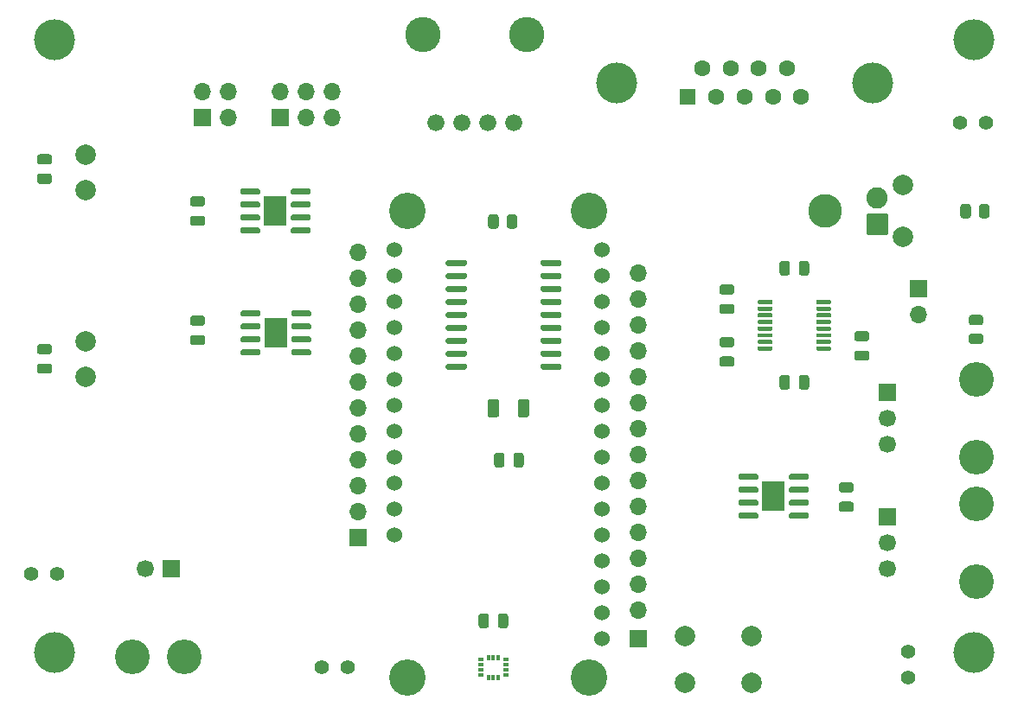
<source format=gbs>
G04 #@! TF.GenerationSoftware,KiCad,Pcbnew,(5.1.9-0-10_14)*
G04 #@! TF.CreationDate,2022-08-09T16:59:01-07:00*
G04 #@! TF.ProjectId,telemetry-pcb,74656c65-6d65-4747-9279-2d7063622e6b,rev?*
G04 #@! TF.SameCoordinates,Original*
G04 #@! TF.FileFunction,Soldermask,Bot*
G04 #@! TF.FilePolarity,Negative*
%FSLAX46Y46*%
G04 Gerber Fmt 4.6, Leading zero omitted, Abs format (unit mm)*
G04 Created by KiCad (PCBNEW (5.1.9-0-10_14)) date 2022-08-09 16:59:01*
%MOMM*%
%LPD*%
G01*
G04 APERTURE LIST*
%ADD10C,2.000000*%
%ADD11C,4.000000*%
%ADD12C,1.600000*%
%ADD13R,1.600000X1.600000*%
%ADD14C,3.400000*%
%ADD15C,1.690000*%
%ADD16R,1.690000X1.690000*%
%ADD17C,3.454400*%
%ADD18C,1.676400*%
%ADD19C,3.556000*%
%ADD20C,1.524000*%
%ADD21R,1.700000X1.700000*%
%ADD22O,1.700000X1.700000*%
%ADD23C,1.400000*%
%ADD24C,3.300000*%
%ADD25C,2.082800*%
%ADD26R,0.576580X0.351536*%
%ADD27R,0.351536X0.576580*%
%ADD28R,2.290000X3.000000*%
G04 APERTURE END LIST*
D10*
X98069400Y-92999500D03*
X98069400Y-89499500D03*
X98069400Y-74711500D03*
X98069400Y-71211500D03*
D11*
X95000000Y-60000000D03*
X150037400Y-64175500D03*
X175037400Y-64175500D03*
D12*
X166692400Y-62755500D03*
X163922400Y-62755500D03*
X161152400Y-62755500D03*
X158382400Y-62755500D03*
X168077400Y-65595500D03*
X165307400Y-65595500D03*
X162537400Y-65595500D03*
X159767400Y-65595500D03*
D13*
X156997400Y-65595500D03*
D14*
X107721400Y-120464500D03*
X102641400Y-120464500D03*
D15*
X103911400Y-111824500D03*
D16*
X106451400Y-111824500D03*
D17*
X141249400Y-59495499D03*
X131089400Y-59495499D03*
D18*
X139979400Y-68135500D03*
X137439400Y-68135500D03*
X134899400Y-68135500D03*
X132359400Y-68135500D03*
D14*
X185196400Y-105473500D03*
X185196400Y-113093500D03*
D15*
X176556400Y-111823500D03*
X176556400Y-109283500D03*
D16*
X176556400Y-106743500D03*
D14*
X185196400Y-93281500D03*
X185196400Y-100901500D03*
D15*
X176556400Y-99631500D03*
X176556400Y-97091500D03*
D16*
X176556400Y-94551500D03*
G36*
G01*
X108516400Y-88905500D02*
X109466400Y-88905500D01*
G75*
G02*
X109716400Y-89155500I0J-250000D01*
G01*
X109716400Y-89655500D01*
G75*
G02*
X109466400Y-89905500I-250000J0D01*
G01*
X108516400Y-89905500D01*
G75*
G02*
X108266400Y-89655500I0J250000D01*
G01*
X108266400Y-89155500D01*
G75*
G02*
X108516400Y-88905500I250000J0D01*
G01*
G37*
G36*
G01*
X108516400Y-87005500D02*
X109466400Y-87005500D01*
G75*
G02*
X109716400Y-87255500I0J-250000D01*
G01*
X109716400Y-87755500D01*
G75*
G02*
X109466400Y-88005500I-250000J0D01*
G01*
X108516400Y-88005500D01*
G75*
G02*
X108266400Y-87755500I0J250000D01*
G01*
X108266400Y-87255500D01*
G75*
G02*
X108516400Y-87005500I250000J0D01*
G01*
G37*
D19*
X129565400Y-122491500D03*
X129565400Y-76771500D03*
X147345400Y-122491500D03*
X147345400Y-76771500D03*
D20*
X148615400Y-118681500D03*
X148615400Y-116141500D03*
X148615400Y-113601500D03*
X148615400Y-111061500D03*
X148615400Y-108521500D03*
X148615400Y-105981500D03*
X148615400Y-103441500D03*
X148615400Y-100901500D03*
X148615400Y-98361500D03*
X148615400Y-95821500D03*
X148615400Y-93281500D03*
X148615400Y-90741500D03*
X148615400Y-88201500D03*
X148615400Y-85661500D03*
X148615400Y-83121500D03*
X148615400Y-80581500D03*
X128295400Y-80581500D03*
X128295400Y-83121500D03*
X128295400Y-85661500D03*
X128295400Y-88201500D03*
X128295400Y-90741500D03*
X128295400Y-93281500D03*
X128295400Y-95821500D03*
X128295400Y-98361500D03*
X128295400Y-100901500D03*
X128295400Y-103441500D03*
X128295400Y-105981500D03*
X128295400Y-108521500D03*
D21*
X117119400Y-67627500D03*
D22*
X117119400Y-65087500D03*
X119659400Y-67627500D03*
X119659400Y-65087500D03*
X122199400Y-67627500D03*
X122199400Y-65087500D03*
D23*
X95275400Y-112331500D03*
X92735400Y-112331500D03*
D22*
X179603400Y-86931500D03*
D21*
X179603400Y-84391500D03*
X124739400Y-108775500D03*
D22*
X124739400Y-106235500D03*
X124739400Y-103695500D03*
X124739400Y-101155500D03*
X124739400Y-98615500D03*
X124739400Y-96075500D03*
X124739400Y-93535500D03*
X124739400Y-90995500D03*
X124739400Y-88455500D03*
X124739400Y-85915500D03*
X124739400Y-83375500D03*
X124739400Y-80835500D03*
D21*
X152171400Y-118645500D03*
D22*
X152171400Y-115887500D03*
X152171400Y-113347500D03*
X152171400Y-110807500D03*
X152171400Y-108267500D03*
X152171400Y-105727500D03*
X152171400Y-103187500D03*
X152171400Y-100647500D03*
X152171400Y-98107500D03*
X152171400Y-95567500D03*
X152171400Y-93027500D03*
X152171400Y-90487500D03*
X152171400Y-87947500D03*
X152171400Y-85407500D03*
X152171400Y-82867500D03*
D10*
X178079400Y-79301500D03*
X178079400Y-74221500D03*
D24*
X170459400Y-76761500D03*
D25*
X175539400Y-75501500D03*
G36*
G01*
X174599600Y-77000100D02*
X176479200Y-77000100D01*
G75*
G02*
X176580800Y-77101700I0J-101600D01*
G01*
X176580800Y-78981300D01*
G75*
G02*
X176479200Y-79082900I-101600J0D01*
G01*
X174599600Y-79082900D01*
G75*
G02*
X174498000Y-78981300I0J101600D01*
G01*
X174498000Y-77101700D01*
G75*
G02*
X174599600Y-77000100I101600J0D01*
G01*
G37*
D22*
X112039400Y-65087500D03*
X112039400Y-67627500D03*
X109499400Y-65087500D03*
D21*
X109499400Y-67627500D03*
D23*
X178587400Y-119951500D03*
X178587400Y-122491500D03*
X121183400Y-121475500D03*
X123723400Y-121475500D03*
X183667400Y-68135500D03*
X186207400Y-68135500D03*
D10*
X163243400Y-118427500D03*
X163243400Y-122927500D03*
X156743400Y-118427500D03*
X156743400Y-122927500D03*
G36*
G01*
X184741399Y-88752000D02*
X185641401Y-88752000D01*
G75*
G02*
X185891400Y-89001999I0J-249999D01*
G01*
X185891400Y-89527001D01*
G75*
G02*
X185641401Y-89777000I-249999J0D01*
G01*
X184741399Y-89777000D01*
G75*
G02*
X184491400Y-89527001I0J249999D01*
G01*
X184491400Y-89001999D01*
G75*
G02*
X184741399Y-88752000I249999J0D01*
G01*
G37*
G36*
G01*
X184741399Y-86927000D02*
X185641401Y-86927000D01*
G75*
G02*
X185891400Y-87176999I0J-249999D01*
G01*
X185891400Y-87702001D01*
G75*
G02*
X185641401Y-87952000I-249999J0D01*
G01*
X184741399Y-87952000D01*
G75*
G02*
X184491400Y-87702001I0J249999D01*
G01*
X184491400Y-87176999D01*
G75*
G02*
X184741399Y-86927000I249999J0D01*
G01*
G37*
G36*
G01*
X185487900Y-77221501D02*
X185487900Y-76321499D01*
G75*
G02*
X185737899Y-76071500I249999J0D01*
G01*
X186262901Y-76071500D01*
G75*
G02*
X186512900Y-76321499I0J-249999D01*
G01*
X186512900Y-77221501D01*
G75*
G02*
X186262901Y-77471500I-249999J0D01*
G01*
X185737899Y-77471500D01*
G75*
G02*
X185487900Y-77221501I0J249999D01*
G01*
G37*
G36*
G01*
X183662900Y-77221501D02*
X183662900Y-76321499D01*
G75*
G02*
X183912899Y-76071500I249999J0D01*
G01*
X184437901Y-76071500D01*
G75*
G02*
X184687900Y-76321499I0J-249999D01*
G01*
X184687900Y-77221501D01*
G75*
G02*
X184437901Y-77471500I-249999J0D01*
G01*
X183912899Y-77471500D01*
G75*
G02*
X183662900Y-77221501I0J249999D01*
G01*
G37*
D11*
X185000000Y-120000000D03*
X185000000Y-60000000D03*
X95000000Y-120000000D03*
G36*
G01*
X138459900Y-77337499D02*
X138459900Y-78237501D01*
G75*
G02*
X138209901Y-78487500I-249999J0D01*
G01*
X137684899Y-78487500D01*
G75*
G02*
X137434900Y-78237501I0J249999D01*
G01*
X137434900Y-77337499D01*
G75*
G02*
X137684899Y-77087500I249999J0D01*
G01*
X138209901Y-77087500D01*
G75*
G02*
X138459900Y-77337499I0J-249999D01*
G01*
G37*
G36*
G01*
X140284900Y-77337499D02*
X140284900Y-78237501D01*
G75*
G02*
X140034901Y-78487500I-249999J0D01*
G01*
X139509899Y-78487500D01*
G75*
G02*
X139259900Y-78237501I0J249999D01*
G01*
X139259900Y-77337499D01*
G75*
G02*
X139509899Y-77087500I249999J0D01*
G01*
X140034901Y-77087500D01*
G75*
G02*
X140284900Y-77337499I0J-249999D01*
G01*
G37*
D26*
X136737100Y-122225501D03*
X136737100Y-121725500D03*
X136737100Y-121225500D03*
X136737100Y-120725499D03*
D27*
X137447401Y-120519200D03*
X137947400Y-120519200D03*
X138447399Y-120519200D03*
D26*
X139157700Y-120725499D03*
X139157700Y-121225500D03*
X139157700Y-121725500D03*
X139157700Y-122225501D03*
D27*
X138447399Y-122431800D03*
X137947400Y-122431800D03*
X137447401Y-122431800D03*
D28*
X165379400Y-104711500D03*
G36*
G01*
X163879400Y-102656500D02*
X163879400Y-102956500D01*
G75*
G02*
X163729400Y-103106500I-150000J0D01*
G01*
X162079400Y-103106500D01*
G75*
G02*
X161929400Y-102956500I0J150000D01*
G01*
X161929400Y-102656500D01*
G75*
G02*
X162079400Y-102506500I150000J0D01*
G01*
X163729400Y-102506500D01*
G75*
G02*
X163879400Y-102656500I0J-150000D01*
G01*
G37*
G36*
G01*
X163879400Y-103926500D02*
X163879400Y-104226500D01*
G75*
G02*
X163729400Y-104376500I-150000J0D01*
G01*
X162079400Y-104376500D01*
G75*
G02*
X161929400Y-104226500I0J150000D01*
G01*
X161929400Y-103926500D01*
G75*
G02*
X162079400Y-103776500I150000J0D01*
G01*
X163729400Y-103776500D01*
G75*
G02*
X163879400Y-103926500I0J-150000D01*
G01*
G37*
G36*
G01*
X163879400Y-105196500D02*
X163879400Y-105496500D01*
G75*
G02*
X163729400Y-105646500I-150000J0D01*
G01*
X162079400Y-105646500D01*
G75*
G02*
X161929400Y-105496500I0J150000D01*
G01*
X161929400Y-105196500D01*
G75*
G02*
X162079400Y-105046500I150000J0D01*
G01*
X163729400Y-105046500D01*
G75*
G02*
X163879400Y-105196500I0J-150000D01*
G01*
G37*
G36*
G01*
X163879400Y-106466500D02*
X163879400Y-106766500D01*
G75*
G02*
X163729400Y-106916500I-150000J0D01*
G01*
X162079400Y-106916500D01*
G75*
G02*
X161929400Y-106766500I0J150000D01*
G01*
X161929400Y-106466500D01*
G75*
G02*
X162079400Y-106316500I150000J0D01*
G01*
X163729400Y-106316500D01*
G75*
G02*
X163879400Y-106466500I0J-150000D01*
G01*
G37*
G36*
G01*
X168829400Y-106466500D02*
X168829400Y-106766500D01*
G75*
G02*
X168679400Y-106916500I-150000J0D01*
G01*
X167029400Y-106916500D01*
G75*
G02*
X166879400Y-106766500I0J150000D01*
G01*
X166879400Y-106466500D01*
G75*
G02*
X167029400Y-106316500I150000J0D01*
G01*
X168679400Y-106316500D01*
G75*
G02*
X168829400Y-106466500I0J-150000D01*
G01*
G37*
G36*
G01*
X168829400Y-105196500D02*
X168829400Y-105496500D01*
G75*
G02*
X168679400Y-105646500I-150000J0D01*
G01*
X167029400Y-105646500D01*
G75*
G02*
X166879400Y-105496500I0J150000D01*
G01*
X166879400Y-105196500D01*
G75*
G02*
X167029400Y-105046500I150000J0D01*
G01*
X168679400Y-105046500D01*
G75*
G02*
X168829400Y-105196500I0J-150000D01*
G01*
G37*
G36*
G01*
X168829400Y-103926500D02*
X168829400Y-104226500D01*
G75*
G02*
X168679400Y-104376500I-150000J0D01*
G01*
X167029400Y-104376500D01*
G75*
G02*
X166879400Y-104226500I0J150000D01*
G01*
X166879400Y-103926500D01*
G75*
G02*
X167029400Y-103776500I150000J0D01*
G01*
X168679400Y-103776500D01*
G75*
G02*
X168829400Y-103926500I0J-150000D01*
G01*
G37*
G36*
G01*
X168829400Y-102656500D02*
X168829400Y-102956500D01*
G75*
G02*
X168679400Y-103106500I-150000J0D01*
G01*
X167029400Y-103106500D01*
G75*
G02*
X166879400Y-102956500I0J150000D01*
G01*
X166879400Y-102656500D01*
G75*
G02*
X167029400Y-102506500I150000J0D01*
G01*
X168679400Y-102506500D01*
G75*
G02*
X168829400Y-102656500I0J-150000D01*
G01*
G37*
G36*
G01*
X142588400Y-92161500D02*
X142588400Y-91861500D01*
G75*
G02*
X142738400Y-91711500I150000J0D01*
G01*
X144488400Y-91711500D01*
G75*
G02*
X144638400Y-91861500I0J-150000D01*
G01*
X144638400Y-92161500D01*
G75*
G02*
X144488400Y-92311500I-150000J0D01*
G01*
X142738400Y-92311500D01*
G75*
G02*
X142588400Y-92161500I0J150000D01*
G01*
G37*
G36*
G01*
X142588400Y-90891500D02*
X142588400Y-90591500D01*
G75*
G02*
X142738400Y-90441500I150000J0D01*
G01*
X144488400Y-90441500D01*
G75*
G02*
X144638400Y-90591500I0J-150000D01*
G01*
X144638400Y-90891500D01*
G75*
G02*
X144488400Y-91041500I-150000J0D01*
G01*
X142738400Y-91041500D01*
G75*
G02*
X142588400Y-90891500I0J150000D01*
G01*
G37*
G36*
G01*
X142588400Y-89621500D02*
X142588400Y-89321500D01*
G75*
G02*
X142738400Y-89171500I150000J0D01*
G01*
X144488400Y-89171500D01*
G75*
G02*
X144638400Y-89321500I0J-150000D01*
G01*
X144638400Y-89621500D01*
G75*
G02*
X144488400Y-89771500I-150000J0D01*
G01*
X142738400Y-89771500D01*
G75*
G02*
X142588400Y-89621500I0J150000D01*
G01*
G37*
G36*
G01*
X142588400Y-88351500D02*
X142588400Y-88051500D01*
G75*
G02*
X142738400Y-87901500I150000J0D01*
G01*
X144488400Y-87901500D01*
G75*
G02*
X144638400Y-88051500I0J-150000D01*
G01*
X144638400Y-88351500D01*
G75*
G02*
X144488400Y-88501500I-150000J0D01*
G01*
X142738400Y-88501500D01*
G75*
G02*
X142588400Y-88351500I0J150000D01*
G01*
G37*
G36*
G01*
X142588400Y-87081500D02*
X142588400Y-86781500D01*
G75*
G02*
X142738400Y-86631500I150000J0D01*
G01*
X144488400Y-86631500D01*
G75*
G02*
X144638400Y-86781500I0J-150000D01*
G01*
X144638400Y-87081500D01*
G75*
G02*
X144488400Y-87231500I-150000J0D01*
G01*
X142738400Y-87231500D01*
G75*
G02*
X142588400Y-87081500I0J150000D01*
G01*
G37*
G36*
G01*
X142588400Y-85811500D02*
X142588400Y-85511500D01*
G75*
G02*
X142738400Y-85361500I150000J0D01*
G01*
X144488400Y-85361500D01*
G75*
G02*
X144638400Y-85511500I0J-150000D01*
G01*
X144638400Y-85811500D01*
G75*
G02*
X144488400Y-85961500I-150000J0D01*
G01*
X142738400Y-85961500D01*
G75*
G02*
X142588400Y-85811500I0J150000D01*
G01*
G37*
G36*
G01*
X142588400Y-84541500D02*
X142588400Y-84241500D01*
G75*
G02*
X142738400Y-84091500I150000J0D01*
G01*
X144488400Y-84091500D01*
G75*
G02*
X144638400Y-84241500I0J-150000D01*
G01*
X144638400Y-84541500D01*
G75*
G02*
X144488400Y-84691500I-150000J0D01*
G01*
X142738400Y-84691500D01*
G75*
G02*
X142588400Y-84541500I0J150000D01*
G01*
G37*
G36*
G01*
X142588400Y-83271500D02*
X142588400Y-82971500D01*
G75*
G02*
X142738400Y-82821500I150000J0D01*
G01*
X144488400Y-82821500D01*
G75*
G02*
X144638400Y-82971500I0J-150000D01*
G01*
X144638400Y-83271500D01*
G75*
G02*
X144488400Y-83421500I-150000J0D01*
G01*
X142738400Y-83421500D01*
G75*
G02*
X142588400Y-83271500I0J150000D01*
G01*
G37*
G36*
G01*
X142588400Y-82001500D02*
X142588400Y-81701500D01*
G75*
G02*
X142738400Y-81551500I150000J0D01*
G01*
X144488400Y-81551500D01*
G75*
G02*
X144638400Y-81701500I0J-150000D01*
G01*
X144638400Y-82001500D01*
G75*
G02*
X144488400Y-82151500I-150000J0D01*
G01*
X142738400Y-82151500D01*
G75*
G02*
X142588400Y-82001500I0J150000D01*
G01*
G37*
G36*
G01*
X133288400Y-82001500D02*
X133288400Y-81701500D01*
G75*
G02*
X133438400Y-81551500I150000J0D01*
G01*
X135188400Y-81551500D01*
G75*
G02*
X135338400Y-81701500I0J-150000D01*
G01*
X135338400Y-82001500D01*
G75*
G02*
X135188400Y-82151500I-150000J0D01*
G01*
X133438400Y-82151500D01*
G75*
G02*
X133288400Y-82001500I0J150000D01*
G01*
G37*
G36*
G01*
X133288400Y-83271500D02*
X133288400Y-82971500D01*
G75*
G02*
X133438400Y-82821500I150000J0D01*
G01*
X135188400Y-82821500D01*
G75*
G02*
X135338400Y-82971500I0J-150000D01*
G01*
X135338400Y-83271500D01*
G75*
G02*
X135188400Y-83421500I-150000J0D01*
G01*
X133438400Y-83421500D01*
G75*
G02*
X133288400Y-83271500I0J150000D01*
G01*
G37*
G36*
G01*
X133288400Y-84541500D02*
X133288400Y-84241500D01*
G75*
G02*
X133438400Y-84091500I150000J0D01*
G01*
X135188400Y-84091500D01*
G75*
G02*
X135338400Y-84241500I0J-150000D01*
G01*
X135338400Y-84541500D01*
G75*
G02*
X135188400Y-84691500I-150000J0D01*
G01*
X133438400Y-84691500D01*
G75*
G02*
X133288400Y-84541500I0J150000D01*
G01*
G37*
G36*
G01*
X133288400Y-85811500D02*
X133288400Y-85511500D01*
G75*
G02*
X133438400Y-85361500I150000J0D01*
G01*
X135188400Y-85361500D01*
G75*
G02*
X135338400Y-85511500I0J-150000D01*
G01*
X135338400Y-85811500D01*
G75*
G02*
X135188400Y-85961500I-150000J0D01*
G01*
X133438400Y-85961500D01*
G75*
G02*
X133288400Y-85811500I0J150000D01*
G01*
G37*
G36*
G01*
X133288400Y-87081500D02*
X133288400Y-86781500D01*
G75*
G02*
X133438400Y-86631500I150000J0D01*
G01*
X135188400Y-86631500D01*
G75*
G02*
X135338400Y-86781500I0J-150000D01*
G01*
X135338400Y-87081500D01*
G75*
G02*
X135188400Y-87231500I-150000J0D01*
G01*
X133438400Y-87231500D01*
G75*
G02*
X133288400Y-87081500I0J150000D01*
G01*
G37*
G36*
G01*
X133288400Y-88351500D02*
X133288400Y-88051500D01*
G75*
G02*
X133438400Y-87901500I150000J0D01*
G01*
X135188400Y-87901500D01*
G75*
G02*
X135338400Y-88051500I0J-150000D01*
G01*
X135338400Y-88351500D01*
G75*
G02*
X135188400Y-88501500I-150000J0D01*
G01*
X133438400Y-88501500D01*
G75*
G02*
X133288400Y-88351500I0J150000D01*
G01*
G37*
G36*
G01*
X133288400Y-89621500D02*
X133288400Y-89321500D01*
G75*
G02*
X133438400Y-89171500I150000J0D01*
G01*
X135188400Y-89171500D01*
G75*
G02*
X135338400Y-89321500I0J-150000D01*
G01*
X135338400Y-89621500D01*
G75*
G02*
X135188400Y-89771500I-150000J0D01*
G01*
X133438400Y-89771500D01*
G75*
G02*
X133288400Y-89621500I0J150000D01*
G01*
G37*
G36*
G01*
X133288400Y-90891500D02*
X133288400Y-90591500D01*
G75*
G02*
X133438400Y-90441500I150000J0D01*
G01*
X135188400Y-90441500D01*
G75*
G02*
X135338400Y-90591500I0J-150000D01*
G01*
X135338400Y-90891500D01*
G75*
G02*
X135188400Y-91041500I-150000J0D01*
G01*
X133438400Y-91041500D01*
G75*
G02*
X133288400Y-90891500I0J150000D01*
G01*
G37*
G36*
G01*
X133288400Y-92161500D02*
X133288400Y-91861500D01*
G75*
G02*
X133438400Y-91711500I150000J0D01*
G01*
X135188400Y-91711500D01*
G75*
G02*
X135338400Y-91861500I0J-150000D01*
G01*
X135338400Y-92161500D01*
G75*
G02*
X135188400Y-92311500I-150000J0D01*
G01*
X133438400Y-92311500D01*
G75*
G02*
X133288400Y-92161500I0J150000D01*
G01*
G37*
X116611400Y-76771500D03*
G36*
G01*
X118111400Y-78826500D02*
X118111400Y-78526500D01*
G75*
G02*
X118261400Y-78376500I150000J0D01*
G01*
X119911400Y-78376500D01*
G75*
G02*
X120061400Y-78526500I0J-150000D01*
G01*
X120061400Y-78826500D01*
G75*
G02*
X119911400Y-78976500I-150000J0D01*
G01*
X118261400Y-78976500D01*
G75*
G02*
X118111400Y-78826500I0J150000D01*
G01*
G37*
G36*
G01*
X118111400Y-77556500D02*
X118111400Y-77256500D01*
G75*
G02*
X118261400Y-77106500I150000J0D01*
G01*
X119911400Y-77106500D01*
G75*
G02*
X120061400Y-77256500I0J-150000D01*
G01*
X120061400Y-77556500D01*
G75*
G02*
X119911400Y-77706500I-150000J0D01*
G01*
X118261400Y-77706500D01*
G75*
G02*
X118111400Y-77556500I0J150000D01*
G01*
G37*
G36*
G01*
X118111400Y-76286500D02*
X118111400Y-75986500D01*
G75*
G02*
X118261400Y-75836500I150000J0D01*
G01*
X119911400Y-75836500D01*
G75*
G02*
X120061400Y-75986500I0J-150000D01*
G01*
X120061400Y-76286500D01*
G75*
G02*
X119911400Y-76436500I-150000J0D01*
G01*
X118261400Y-76436500D01*
G75*
G02*
X118111400Y-76286500I0J150000D01*
G01*
G37*
G36*
G01*
X118111400Y-75016500D02*
X118111400Y-74716500D01*
G75*
G02*
X118261400Y-74566500I150000J0D01*
G01*
X119911400Y-74566500D01*
G75*
G02*
X120061400Y-74716500I0J-150000D01*
G01*
X120061400Y-75016500D01*
G75*
G02*
X119911400Y-75166500I-150000J0D01*
G01*
X118261400Y-75166500D01*
G75*
G02*
X118111400Y-75016500I0J150000D01*
G01*
G37*
G36*
G01*
X113161400Y-75016500D02*
X113161400Y-74716500D01*
G75*
G02*
X113311400Y-74566500I150000J0D01*
G01*
X114961400Y-74566500D01*
G75*
G02*
X115111400Y-74716500I0J-150000D01*
G01*
X115111400Y-75016500D01*
G75*
G02*
X114961400Y-75166500I-150000J0D01*
G01*
X113311400Y-75166500D01*
G75*
G02*
X113161400Y-75016500I0J150000D01*
G01*
G37*
G36*
G01*
X113161400Y-76286500D02*
X113161400Y-75986500D01*
G75*
G02*
X113311400Y-75836500I150000J0D01*
G01*
X114961400Y-75836500D01*
G75*
G02*
X115111400Y-75986500I0J-150000D01*
G01*
X115111400Y-76286500D01*
G75*
G02*
X114961400Y-76436500I-150000J0D01*
G01*
X113311400Y-76436500D01*
G75*
G02*
X113161400Y-76286500I0J150000D01*
G01*
G37*
G36*
G01*
X113161400Y-77556500D02*
X113161400Y-77256500D01*
G75*
G02*
X113311400Y-77106500I150000J0D01*
G01*
X114961400Y-77106500D01*
G75*
G02*
X115111400Y-77256500I0J-150000D01*
G01*
X115111400Y-77556500D01*
G75*
G02*
X114961400Y-77706500I-150000J0D01*
G01*
X113311400Y-77706500D01*
G75*
G02*
X113161400Y-77556500I0J150000D01*
G01*
G37*
G36*
G01*
X113161400Y-78826500D02*
X113161400Y-78526500D01*
G75*
G02*
X113311400Y-78376500I150000J0D01*
G01*
X114961400Y-78376500D01*
G75*
G02*
X115111400Y-78526500I0J-150000D01*
G01*
X115111400Y-78826500D01*
G75*
G02*
X114961400Y-78976500I-150000J0D01*
G01*
X113311400Y-78976500D01*
G75*
G02*
X113161400Y-78826500I0J150000D01*
G01*
G37*
X116673400Y-88697500D03*
G36*
G01*
X118173400Y-90752500D02*
X118173400Y-90452500D01*
G75*
G02*
X118323400Y-90302500I150000J0D01*
G01*
X119973400Y-90302500D01*
G75*
G02*
X120123400Y-90452500I0J-150000D01*
G01*
X120123400Y-90752500D01*
G75*
G02*
X119973400Y-90902500I-150000J0D01*
G01*
X118323400Y-90902500D01*
G75*
G02*
X118173400Y-90752500I0J150000D01*
G01*
G37*
G36*
G01*
X118173400Y-89482500D02*
X118173400Y-89182500D01*
G75*
G02*
X118323400Y-89032500I150000J0D01*
G01*
X119973400Y-89032500D01*
G75*
G02*
X120123400Y-89182500I0J-150000D01*
G01*
X120123400Y-89482500D01*
G75*
G02*
X119973400Y-89632500I-150000J0D01*
G01*
X118323400Y-89632500D01*
G75*
G02*
X118173400Y-89482500I0J150000D01*
G01*
G37*
G36*
G01*
X118173400Y-88212500D02*
X118173400Y-87912500D01*
G75*
G02*
X118323400Y-87762500I150000J0D01*
G01*
X119973400Y-87762500D01*
G75*
G02*
X120123400Y-87912500I0J-150000D01*
G01*
X120123400Y-88212500D01*
G75*
G02*
X119973400Y-88362500I-150000J0D01*
G01*
X118323400Y-88362500D01*
G75*
G02*
X118173400Y-88212500I0J150000D01*
G01*
G37*
G36*
G01*
X118173400Y-86942500D02*
X118173400Y-86642500D01*
G75*
G02*
X118323400Y-86492500I150000J0D01*
G01*
X119973400Y-86492500D01*
G75*
G02*
X120123400Y-86642500I0J-150000D01*
G01*
X120123400Y-86942500D01*
G75*
G02*
X119973400Y-87092500I-150000J0D01*
G01*
X118323400Y-87092500D01*
G75*
G02*
X118173400Y-86942500I0J150000D01*
G01*
G37*
G36*
G01*
X113223400Y-86942500D02*
X113223400Y-86642500D01*
G75*
G02*
X113373400Y-86492500I150000J0D01*
G01*
X115023400Y-86492500D01*
G75*
G02*
X115173400Y-86642500I0J-150000D01*
G01*
X115173400Y-86942500D01*
G75*
G02*
X115023400Y-87092500I-150000J0D01*
G01*
X113373400Y-87092500D01*
G75*
G02*
X113223400Y-86942500I0J150000D01*
G01*
G37*
G36*
G01*
X113223400Y-88212500D02*
X113223400Y-87912500D01*
G75*
G02*
X113373400Y-87762500I150000J0D01*
G01*
X115023400Y-87762500D01*
G75*
G02*
X115173400Y-87912500I0J-150000D01*
G01*
X115173400Y-88212500D01*
G75*
G02*
X115023400Y-88362500I-150000J0D01*
G01*
X113373400Y-88362500D01*
G75*
G02*
X113223400Y-88212500I0J150000D01*
G01*
G37*
G36*
G01*
X113223400Y-89482500D02*
X113223400Y-89182500D01*
G75*
G02*
X113373400Y-89032500I150000J0D01*
G01*
X115023400Y-89032500D01*
G75*
G02*
X115173400Y-89182500I0J-150000D01*
G01*
X115173400Y-89482500D01*
G75*
G02*
X115023400Y-89632500I-150000J0D01*
G01*
X113373400Y-89632500D01*
G75*
G02*
X113223400Y-89482500I0J150000D01*
G01*
G37*
G36*
G01*
X113223400Y-90752500D02*
X113223400Y-90452500D01*
G75*
G02*
X113373400Y-90302500I150000J0D01*
G01*
X115023400Y-90302500D01*
G75*
G02*
X115173400Y-90452500I0J-150000D01*
G01*
X115173400Y-90752500D01*
G75*
G02*
X115023400Y-90902500I-150000J0D01*
G01*
X113373400Y-90902500D01*
G75*
G02*
X113223400Y-90752500I0J150000D01*
G01*
G37*
G36*
G01*
X169536400Y-90322500D02*
X169536400Y-90122500D01*
G75*
G02*
X169636400Y-90022500I100000J0D01*
G01*
X170911400Y-90022500D01*
G75*
G02*
X171011400Y-90122500I0J-100000D01*
G01*
X171011400Y-90322500D01*
G75*
G02*
X170911400Y-90422500I-100000J0D01*
G01*
X169636400Y-90422500D01*
G75*
G02*
X169536400Y-90322500I0J100000D01*
G01*
G37*
G36*
G01*
X169536400Y-89672500D02*
X169536400Y-89472500D01*
G75*
G02*
X169636400Y-89372500I100000J0D01*
G01*
X170911400Y-89372500D01*
G75*
G02*
X171011400Y-89472500I0J-100000D01*
G01*
X171011400Y-89672500D01*
G75*
G02*
X170911400Y-89772500I-100000J0D01*
G01*
X169636400Y-89772500D01*
G75*
G02*
X169536400Y-89672500I0J100000D01*
G01*
G37*
G36*
G01*
X169536400Y-89022500D02*
X169536400Y-88822500D01*
G75*
G02*
X169636400Y-88722500I100000J0D01*
G01*
X170911400Y-88722500D01*
G75*
G02*
X171011400Y-88822500I0J-100000D01*
G01*
X171011400Y-89022500D01*
G75*
G02*
X170911400Y-89122500I-100000J0D01*
G01*
X169636400Y-89122500D01*
G75*
G02*
X169536400Y-89022500I0J100000D01*
G01*
G37*
G36*
G01*
X169536400Y-88372500D02*
X169536400Y-88172500D01*
G75*
G02*
X169636400Y-88072500I100000J0D01*
G01*
X170911400Y-88072500D01*
G75*
G02*
X171011400Y-88172500I0J-100000D01*
G01*
X171011400Y-88372500D01*
G75*
G02*
X170911400Y-88472500I-100000J0D01*
G01*
X169636400Y-88472500D01*
G75*
G02*
X169536400Y-88372500I0J100000D01*
G01*
G37*
G36*
G01*
X169536400Y-87722500D02*
X169536400Y-87522500D01*
G75*
G02*
X169636400Y-87422500I100000J0D01*
G01*
X170911400Y-87422500D01*
G75*
G02*
X171011400Y-87522500I0J-100000D01*
G01*
X171011400Y-87722500D01*
G75*
G02*
X170911400Y-87822500I-100000J0D01*
G01*
X169636400Y-87822500D01*
G75*
G02*
X169536400Y-87722500I0J100000D01*
G01*
G37*
G36*
G01*
X169536400Y-87072500D02*
X169536400Y-86872500D01*
G75*
G02*
X169636400Y-86772500I100000J0D01*
G01*
X170911400Y-86772500D01*
G75*
G02*
X171011400Y-86872500I0J-100000D01*
G01*
X171011400Y-87072500D01*
G75*
G02*
X170911400Y-87172500I-100000J0D01*
G01*
X169636400Y-87172500D01*
G75*
G02*
X169536400Y-87072500I0J100000D01*
G01*
G37*
G36*
G01*
X169536400Y-86422500D02*
X169536400Y-86222500D01*
G75*
G02*
X169636400Y-86122500I100000J0D01*
G01*
X170911400Y-86122500D01*
G75*
G02*
X171011400Y-86222500I0J-100000D01*
G01*
X171011400Y-86422500D01*
G75*
G02*
X170911400Y-86522500I-100000J0D01*
G01*
X169636400Y-86522500D01*
G75*
G02*
X169536400Y-86422500I0J100000D01*
G01*
G37*
G36*
G01*
X169536400Y-85772500D02*
X169536400Y-85572500D01*
G75*
G02*
X169636400Y-85472500I100000J0D01*
G01*
X170911400Y-85472500D01*
G75*
G02*
X171011400Y-85572500I0J-100000D01*
G01*
X171011400Y-85772500D01*
G75*
G02*
X170911400Y-85872500I-100000J0D01*
G01*
X169636400Y-85872500D01*
G75*
G02*
X169536400Y-85772500I0J100000D01*
G01*
G37*
G36*
G01*
X163811400Y-85772500D02*
X163811400Y-85572500D01*
G75*
G02*
X163911400Y-85472500I100000J0D01*
G01*
X165186400Y-85472500D01*
G75*
G02*
X165286400Y-85572500I0J-100000D01*
G01*
X165286400Y-85772500D01*
G75*
G02*
X165186400Y-85872500I-100000J0D01*
G01*
X163911400Y-85872500D01*
G75*
G02*
X163811400Y-85772500I0J100000D01*
G01*
G37*
G36*
G01*
X163811400Y-86422500D02*
X163811400Y-86222500D01*
G75*
G02*
X163911400Y-86122500I100000J0D01*
G01*
X165186400Y-86122500D01*
G75*
G02*
X165286400Y-86222500I0J-100000D01*
G01*
X165286400Y-86422500D01*
G75*
G02*
X165186400Y-86522500I-100000J0D01*
G01*
X163911400Y-86522500D01*
G75*
G02*
X163811400Y-86422500I0J100000D01*
G01*
G37*
G36*
G01*
X163811400Y-87072500D02*
X163811400Y-86872500D01*
G75*
G02*
X163911400Y-86772500I100000J0D01*
G01*
X165186400Y-86772500D01*
G75*
G02*
X165286400Y-86872500I0J-100000D01*
G01*
X165286400Y-87072500D01*
G75*
G02*
X165186400Y-87172500I-100000J0D01*
G01*
X163911400Y-87172500D01*
G75*
G02*
X163811400Y-87072500I0J100000D01*
G01*
G37*
G36*
G01*
X163811400Y-87722500D02*
X163811400Y-87522500D01*
G75*
G02*
X163911400Y-87422500I100000J0D01*
G01*
X165186400Y-87422500D01*
G75*
G02*
X165286400Y-87522500I0J-100000D01*
G01*
X165286400Y-87722500D01*
G75*
G02*
X165186400Y-87822500I-100000J0D01*
G01*
X163911400Y-87822500D01*
G75*
G02*
X163811400Y-87722500I0J100000D01*
G01*
G37*
G36*
G01*
X163811400Y-88372500D02*
X163811400Y-88172500D01*
G75*
G02*
X163911400Y-88072500I100000J0D01*
G01*
X165186400Y-88072500D01*
G75*
G02*
X165286400Y-88172500I0J-100000D01*
G01*
X165286400Y-88372500D01*
G75*
G02*
X165186400Y-88472500I-100000J0D01*
G01*
X163911400Y-88472500D01*
G75*
G02*
X163811400Y-88372500I0J100000D01*
G01*
G37*
G36*
G01*
X163811400Y-89022500D02*
X163811400Y-88822500D01*
G75*
G02*
X163911400Y-88722500I100000J0D01*
G01*
X165186400Y-88722500D01*
G75*
G02*
X165286400Y-88822500I0J-100000D01*
G01*
X165286400Y-89022500D01*
G75*
G02*
X165186400Y-89122500I-100000J0D01*
G01*
X163911400Y-89122500D01*
G75*
G02*
X163811400Y-89022500I0J100000D01*
G01*
G37*
G36*
G01*
X163811400Y-89672500D02*
X163811400Y-89472500D01*
G75*
G02*
X163911400Y-89372500I100000J0D01*
G01*
X165186400Y-89372500D01*
G75*
G02*
X165286400Y-89472500I0J-100000D01*
G01*
X165286400Y-89672500D01*
G75*
G02*
X165186400Y-89772500I-100000J0D01*
G01*
X163911400Y-89772500D01*
G75*
G02*
X163811400Y-89672500I0J100000D01*
G01*
G37*
G36*
G01*
X163811400Y-90322500D02*
X163811400Y-90122500D01*
G75*
G02*
X163911400Y-90022500I100000J0D01*
G01*
X165186400Y-90022500D01*
G75*
G02*
X165286400Y-90122500I0J-100000D01*
G01*
X165286400Y-90322500D01*
G75*
G02*
X165186400Y-90422500I-100000J0D01*
G01*
X163911400Y-90422500D01*
G75*
G02*
X163811400Y-90322500I0J100000D01*
G01*
G37*
G36*
G01*
X172016400Y-105227500D02*
X172966400Y-105227500D01*
G75*
G02*
X173216400Y-105477500I0J-250000D01*
G01*
X173216400Y-105977500D01*
G75*
G02*
X172966400Y-106227500I-250000J0D01*
G01*
X172016400Y-106227500D01*
G75*
G02*
X171766400Y-105977500I0J250000D01*
G01*
X171766400Y-105477500D01*
G75*
G02*
X172016400Y-105227500I250000J0D01*
G01*
G37*
G36*
G01*
X172016400Y-103327500D02*
X172966400Y-103327500D01*
G75*
G02*
X173216400Y-103577500I0J-250000D01*
G01*
X173216400Y-104077500D01*
G75*
G02*
X172966400Y-104327500I-250000J0D01*
G01*
X172016400Y-104327500D01*
G75*
G02*
X171766400Y-104077500I0J250000D01*
G01*
X171766400Y-103577500D01*
G75*
G02*
X172016400Y-103327500I250000J0D01*
G01*
G37*
G36*
G01*
X138397400Y-117378500D02*
X138397400Y-116428500D01*
G75*
G02*
X138647400Y-116178500I250000J0D01*
G01*
X139147400Y-116178500D01*
G75*
G02*
X139397400Y-116428500I0J-250000D01*
G01*
X139397400Y-117378500D01*
G75*
G02*
X139147400Y-117628500I-250000J0D01*
G01*
X138647400Y-117628500D01*
G75*
G02*
X138397400Y-117378500I0J250000D01*
G01*
G37*
G36*
G01*
X136497400Y-117378500D02*
X136497400Y-116428500D01*
G75*
G02*
X136747400Y-116178500I250000J0D01*
G01*
X137247400Y-116178500D01*
G75*
G02*
X137497400Y-116428500I0J-250000D01*
G01*
X137497400Y-117378500D01*
G75*
G02*
X137247400Y-117628500I-250000J0D01*
G01*
X136747400Y-117628500D01*
G75*
G02*
X136497400Y-117378500I0J250000D01*
G01*
G37*
G36*
G01*
X138522400Y-95425499D02*
X138522400Y-96725501D01*
G75*
G02*
X138272401Y-96975500I-249999J0D01*
G01*
X137622399Y-96975500D01*
G75*
G02*
X137372400Y-96725501I0J249999D01*
G01*
X137372400Y-95425499D01*
G75*
G02*
X137622399Y-95175500I249999J0D01*
G01*
X138272401Y-95175500D01*
G75*
G02*
X138522400Y-95425499I0J-249999D01*
G01*
G37*
G36*
G01*
X141472400Y-95425499D02*
X141472400Y-96725501D01*
G75*
G02*
X141222401Y-96975500I-249999J0D01*
G01*
X140572399Y-96975500D01*
G75*
G02*
X140322400Y-96725501I0J249999D01*
G01*
X140322400Y-95425499D01*
G75*
G02*
X140572399Y-95175500I249999J0D01*
G01*
X141222401Y-95175500D01*
G75*
G02*
X141472400Y-95425499I0J-249999D01*
G01*
G37*
G36*
G01*
X139921400Y-101630500D02*
X139921400Y-100680500D01*
G75*
G02*
X140171400Y-100430500I250000J0D01*
G01*
X140671400Y-100430500D01*
G75*
G02*
X140921400Y-100680500I0J-250000D01*
G01*
X140921400Y-101630500D01*
G75*
G02*
X140671400Y-101880500I-250000J0D01*
G01*
X140171400Y-101880500D01*
G75*
G02*
X139921400Y-101630500I0J250000D01*
G01*
G37*
G36*
G01*
X138021400Y-101630500D02*
X138021400Y-100680500D01*
G75*
G02*
X138271400Y-100430500I250000J0D01*
G01*
X138771400Y-100430500D01*
G75*
G02*
X139021400Y-100680500I0J-250000D01*
G01*
X139021400Y-101630500D01*
G75*
G02*
X138771400Y-101880500I-250000J0D01*
G01*
X138271400Y-101880500D01*
G75*
G02*
X138021400Y-101630500I0J250000D01*
G01*
G37*
G36*
G01*
X108516400Y-77221500D02*
X109466400Y-77221500D01*
G75*
G02*
X109716400Y-77471500I0J-250000D01*
G01*
X109716400Y-77971500D01*
G75*
G02*
X109466400Y-78221500I-250000J0D01*
G01*
X108516400Y-78221500D01*
G75*
G02*
X108266400Y-77971500I0J250000D01*
G01*
X108266400Y-77471500D01*
G75*
G02*
X108516400Y-77221500I250000J0D01*
G01*
G37*
G36*
G01*
X108516400Y-75321500D02*
X109466400Y-75321500D01*
G75*
G02*
X109716400Y-75571500I0J-250000D01*
G01*
X109716400Y-76071500D01*
G75*
G02*
X109466400Y-76321500I-250000J0D01*
G01*
X108516400Y-76321500D01*
G75*
G02*
X108266400Y-76071500I0J250000D01*
G01*
X108266400Y-75571500D01*
G75*
G02*
X108516400Y-75321500I250000J0D01*
G01*
G37*
G36*
G01*
X94480400Y-72191500D02*
X93530400Y-72191500D01*
G75*
G02*
X93280400Y-71941500I0J250000D01*
G01*
X93280400Y-71441500D01*
G75*
G02*
X93530400Y-71191500I250000J0D01*
G01*
X94480400Y-71191500D01*
G75*
G02*
X94730400Y-71441500I0J-250000D01*
G01*
X94730400Y-71941500D01*
G75*
G02*
X94480400Y-72191500I-250000J0D01*
G01*
G37*
G36*
G01*
X94480400Y-74091500D02*
X93530400Y-74091500D01*
G75*
G02*
X93280400Y-73841500I0J250000D01*
G01*
X93280400Y-73341500D01*
G75*
G02*
X93530400Y-73091500I250000J0D01*
G01*
X94480400Y-73091500D01*
G75*
G02*
X94730400Y-73341500I0J-250000D01*
G01*
X94730400Y-73841500D01*
G75*
G02*
X94480400Y-74091500I-250000J0D01*
G01*
G37*
G36*
G01*
X94480400Y-90799500D02*
X93530400Y-90799500D01*
G75*
G02*
X93280400Y-90549500I0J250000D01*
G01*
X93280400Y-90049500D01*
G75*
G02*
X93530400Y-89799500I250000J0D01*
G01*
X94480400Y-89799500D01*
G75*
G02*
X94730400Y-90049500I0J-250000D01*
G01*
X94730400Y-90549500D01*
G75*
G02*
X94480400Y-90799500I-250000J0D01*
G01*
G37*
G36*
G01*
X94480400Y-92699500D02*
X93530400Y-92699500D01*
G75*
G02*
X93280400Y-92449500I0J250000D01*
G01*
X93280400Y-91949500D01*
G75*
G02*
X93530400Y-91699500I250000J0D01*
G01*
X94480400Y-91699500D01*
G75*
G02*
X94730400Y-91949500I0J-250000D01*
G01*
X94730400Y-92449500D01*
G75*
G02*
X94480400Y-92699500I-250000J0D01*
G01*
G37*
G36*
G01*
X166961400Y-93060500D02*
X166961400Y-94010500D01*
G75*
G02*
X166711400Y-94260500I-250000J0D01*
G01*
X166211400Y-94260500D01*
G75*
G02*
X165961400Y-94010500I0J250000D01*
G01*
X165961400Y-93060500D01*
G75*
G02*
X166211400Y-92810500I250000J0D01*
G01*
X166711400Y-92810500D01*
G75*
G02*
X166961400Y-93060500I0J-250000D01*
G01*
G37*
G36*
G01*
X168861400Y-93060500D02*
X168861400Y-94010500D01*
G75*
G02*
X168611400Y-94260500I-250000J0D01*
G01*
X168111400Y-94260500D01*
G75*
G02*
X167861400Y-94010500I0J250000D01*
G01*
X167861400Y-93060500D01*
G75*
G02*
X168111400Y-92810500I250000J0D01*
G01*
X168611400Y-92810500D01*
G75*
G02*
X168861400Y-93060500I0J-250000D01*
G01*
G37*
G36*
G01*
X173540400Y-90429500D02*
X174490400Y-90429500D01*
G75*
G02*
X174740400Y-90679500I0J-250000D01*
G01*
X174740400Y-91179500D01*
G75*
G02*
X174490400Y-91429500I-250000J0D01*
G01*
X173540400Y-91429500D01*
G75*
G02*
X173290400Y-91179500I0J250000D01*
G01*
X173290400Y-90679500D01*
G75*
G02*
X173540400Y-90429500I250000J0D01*
G01*
G37*
G36*
G01*
X173540400Y-88529500D02*
X174490400Y-88529500D01*
G75*
G02*
X174740400Y-88779500I0J-250000D01*
G01*
X174740400Y-89279500D01*
G75*
G02*
X174490400Y-89529500I-250000J0D01*
G01*
X173540400Y-89529500D01*
G75*
G02*
X173290400Y-89279500I0J250000D01*
G01*
X173290400Y-88779500D01*
G75*
G02*
X173540400Y-88529500I250000J0D01*
G01*
G37*
G36*
G01*
X167861400Y-82834500D02*
X167861400Y-81884500D01*
G75*
G02*
X168111400Y-81634500I250000J0D01*
G01*
X168611400Y-81634500D01*
G75*
G02*
X168861400Y-81884500I0J-250000D01*
G01*
X168861400Y-82834500D01*
G75*
G02*
X168611400Y-83084500I-250000J0D01*
G01*
X168111400Y-83084500D01*
G75*
G02*
X167861400Y-82834500I0J250000D01*
G01*
G37*
G36*
G01*
X165961400Y-82834500D02*
X165961400Y-81884500D01*
G75*
G02*
X166211400Y-81634500I250000J0D01*
G01*
X166711400Y-81634500D01*
G75*
G02*
X166961400Y-81884500I0J-250000D01*
G01*
X166961400Y-82834500D01*
G75*
G02*
X166711400Y-83084500I-250000J0D01*
G01*
X166211400Y-83084500D01*
G75*
G02*
X165961400Y-82834500I0J250000D01*
G01*
G37*
G36*
G01*
X160332400Y-85857500D02*
X161282400Y-85857500D01*
G75*
G02*
X161532400Y-86107500I0J-250000D01*
G01*
X161532400Y-86607500D01*
G75*
G02*
X161282400Y-86857500I-250000J0D01*
G01*
X160332400Y-86857500D01*
G75*
G02*
X160082400Y-86607500I0J250000D01*
G01*
X160082400Y-86107500D01*
G75*
G02*
X160332400Y-85857500I250000J0D01*
G01*
G37*
G36*
G01*
X160332400Y-83957500D02*
X161282400Y-83957500D01*
G75*
G02*
X161532400Y-84207500I0J-250000D01*
G01*
X161532400Y-84707500D01*
G75*
G02*
X161282400Y-84957500I-250000J0D01*
G01*
X160332400Y-84957500D01*
G75*
G02*
X160082400Y-84707500I0J250000D01*
G01*
X160082400Y-84207500D01*
G75*
G02*
X160332400Y-83957500I250000J0D01*
G01*
G37*
G36*
G01*
X161282400Y-90103500D02*
X160332400Y-90103500D01*
G75*
G02*
X160082400Y-89853500I0J250000D01*
G01*
X160082400Y-89353500D01*
G75*
G02*
X160332400Y-89103500I250000J0D01*
G01*
X161282400Y-89103500D01*
G75*
G02*
X161532400Y-89353500I0J-250000D01*
G01*
X161532400Y-89853500D01*
G75*
G02*
X161282400Y-90103500I-250000J0D01*
G01*
G37*
G36*
G01*
X161282400Y-92003500D02*
X160332400Y-92003500D01*
G75*
G02*
X160082400Y-91753500I0J250000D01*
G01*
X160082400Y-91253500D01*
G75*
G02*
X160332400Y-91003500I250000J0D01*
G01*
X161282400Y-91003500D01*
G75*
G02*
X161532400Y-91253500I0J-250000D01*
G01*
X161532400Y-91753500D01*
G75*
G02*
X161282400Y-92003500I-250000J0D01*
G01*
G37*
M02*

</source>
